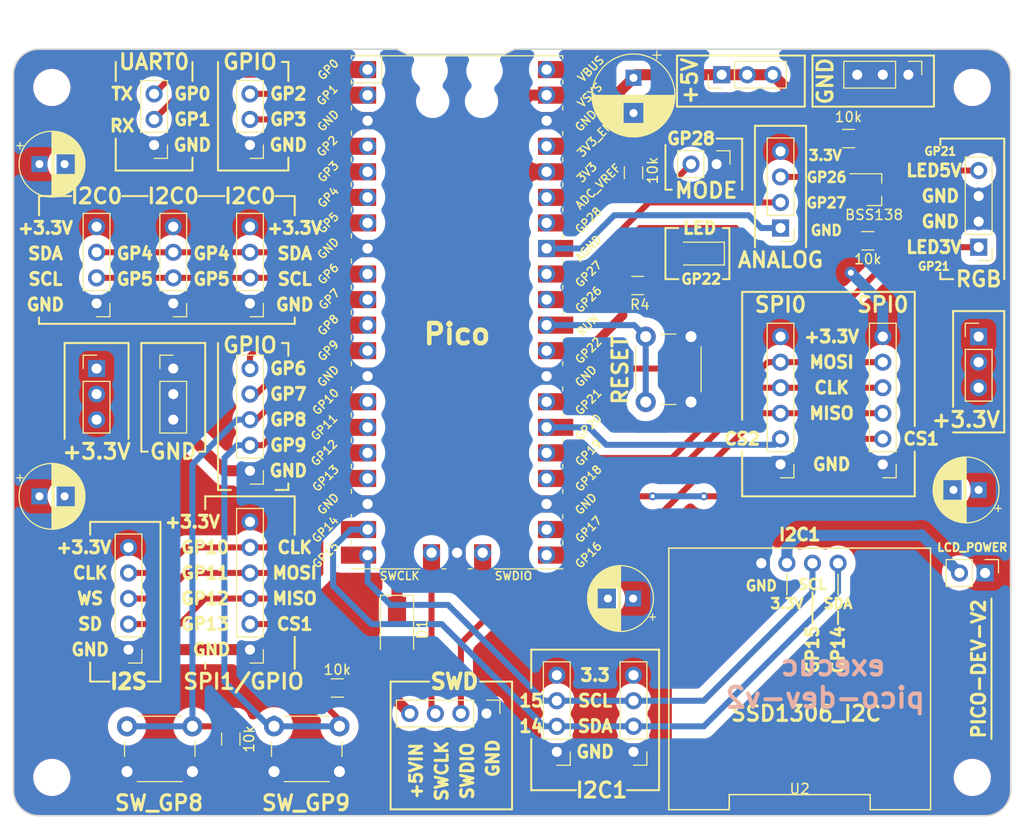
<source format=kicad_pcb>
(kicad_pcb (version 20221018) (generator pcbnew)
  (layers (0 "F.Cu" signal) (31 "B.Cu" signal) (34 "B.Paste" user) (35 "F.Paste" user) (36 "B.SilkS" user "B.Silkscreen") (37 "F.SilkS" user "F.Silkscreen") (38 "B.Mask" user) (39 "F.Mask" user) (44 "Edge.Cuts" user))
  (net 0 "")
  (net 1 "GND")
  (net 2 "RUN")
  (net 3 "MODE")
  (net 4 "+5V")
  (net 5 "+5VD")
  (net 6 "SWCLK")
  (net 7 "SWDIO")
  (net 8 "+3V3")
  (net 9 "ADC0")
  (net 10 "AGND")
  (net 11 "ADC1")
  (net 12 "Net-(U1-Pad35)")
  (net 13 "Net-(U1-Pad37)")
  (net 14 "Net-(U1-Pad40)")
  (net 15 "GP9")
  (net 16 "GP8")
  (net 17 "SCL_0")
  (net 18 "SDA_0")
  (net 19 "U_RX")
  (net 20 "U_TX")
  (net 21 "SPI0_CS1")
  (net 22 "SPI0_CS2")
  (net 23 "SPI1_CS1_GP13")
  (net 24 "Net-(D2-Pad2)")
  (net 25 "GP7")
  (net 26 "GP6")
  (net 27 "WS2812_3V")
  (net 28 "WS2812B_5V")
  (net 29 "GP2")
  (net 30 "GP3")
  (net 31 "LED")
  (net 32 "SPI0_MISO")
  (net 33 "SPI0_CK")
  (net 34 "SPI0_MOSI")
  (net 35 "SPI1_CK_GP10_I2S_CLK")
  (net 36 "SPI1_MOSI_GP11_I2S_WS")
  (net 37 "SPI1_MISO_GP12_I2S_SD")
  (net 38 "Net-(JP1-Pad2)")
  (net 39 "SDA1_GP14")
  (net 40 "SCL1_GP15")
  (footprint "MCU_RaspberryPi_and_Boards:RPi_Pico_SMD_TH" (layer "F.Cu") (at 117.729 51.562)
    (fp_text reference "U1")
    (fp_text value "Pico")
  )
  (footprint "oled_ssd1306:ssd1306_I2c" (layer "F.Cu") (at 151.765 88.9)
    (fp_text reference "U2")
    (fp_text value "SSD1306_I2C")
  )
  (footprint "Connector_PinHeader_2.54mm:PinHeader_1x06_P2.54mm_Vertical" (layer "F.Cu") (at 149.86 66.675 180)
    (fp_text reference "J10")
    (fp_text value "SPI0")
  )
  (footprint "Connector_PinHeader_2.54mm:PinHeader_1x06_P2.54mm_Vertical" (layer "F.Cu") (at 160.02 66.675 180)
    (fp_text reference "J9")
    (fp_text value "SPI0")
  )
  (footprint "Connector_PinHeader_2.54mm:PinHeader_1x03_P2.54mm_Vertical" (layer "F.Cu") (at 87.63 34.925 180)
    (fp_text reference "J8")
    (fp_text value "UART0")
  )
  (footprint "MountingHole:MountingHole_3.2mm_M3" (layer "F.Cu") (at 77.47 29.21)
    (fp_text reference "H1")
    (fp_text value "MountingHole")
  )
  (footprint "MountingHole:MountingHole_3.2mm_M3" (layer "F.Cu") (at 168.91 29.21)
    (fp_text reference "H2")
    (fp_text value "MountingHole")
  )
  (footprint "MountingHole:MountingHole_3.2mm_M3" (layer "F.Cu") (at 168.91 97.79)
    (fp_text reference "H3")
    (fp_text value "MountingHole")
  )
  (footprint "MountingHole:MountingHole_3.2mm_M3" (layer "F.Cu") (at 77.47 97.79)
    (fp_text reference "H4")
    (fp_text value "MountingHole")
  )
  (footprint "Connector_PinHeader_2.54mm:PinHeader_1x03_P2.54mm_Vertical" (layer "F.Cu") (at 169.545 53.975)
    (fp_text reference "J17")
    (fp_text value "+3.3V")
  )
  (footprint "Button_Switch_THT:SW_PUSH_6mm_H4.3mm" (layer "F.Cu") (at 99.545 92.71)
    (fp_text reference "SW2")
    (fp_text value "SW_GP9")
  )
  (footprint "Button_Switch_THT:SW_PUSH_6mm_H4.3mm" (layer "F.Cu") (at 84.94 92.71)
    (fp_text reference "SW3")
    (fp_text value "SW_GP8")
  )
  (footprint "Connector_PinHeader_2.54mm:PinHeader_1x04_P2.54mm_Vertical" (layer "F.Cu") (at 149.86 43.18 180)
    (fp_text reference "J3")
    (fp_text value "ANALOG")
  )
  (footprint "Connector_PinHeader_2.54mm:PinHeader_1x03_P2.54mm_Vertical" (layer "F.Cu") (at 89.535 57.15)
    (fp_text reference "J16")
    (fp_text value "GND")
  )
  (footprint "Connector_PinHeader_2.54mm:PinHeader_1x05_P2.54mm_Vertical" (layer "F.Cu") (at 85.09 85.09 180)
    (fp_text reference "J19")
    (fp_text value "I2S")
  )
  (footprint "Capacitor_THT:CP_Radial_D6.3mm_P2.50mm" (layer "F.Cu") (at 76.24 69.85)
    (fp_text reference "C3")
    (fp_text value "CP")
  )
  (footprint "Capacitor_THT:CP_Radial_D6.3mm_P2.50mm" (layer "F.Cu") (at 76.24 36.83)
    (fp_text reference "C4")
    (fp_text value "CP")
  )
  (footprint "Capacitor_THT:CP_Radial_D6.3mm_P2.50mm" (layer "F.Cu") (at 169.545 69.215 180)
    (fp_text reference "C2")
    (fp_text value "CP")
  )
  (footprint "Capacitor_THT:CP_Radial_D6.3mm_P2.50mm" (layer "F.Cu") (at 135.215 80.01 180)
    (fp_text reference "C5")
    (fp_text value "CP")
  )
  (footprint "Button_Switch_THT:SW_PUSH_6mm_H4.3mm" (layer "F.Cu") (at 136.47 60.475 90)
    (fp_text reference "SW1")
    (fp_text value "RESET")
  )
  (footprint "LED_SMD:LED_1206_3216Metric_Pad1.42x1.75mm_HandSolder" (layer "F.Cu") (at 141.8225 45.72 180)
    (fp_text reference "D2")
    (fp_text value "LED")
  )
  (footprint "Resistor_SMD:R_1206_3216Metric_Pad1.42x1.75mm_HandSolder" (layer "F.Cu") (at 135.6725 48.895 180)
    (fp_text reference "R4")
    (fp_text value "470")
  )
  (footprint "Resistor_SMD:R_1206_3216Metric_Pad1.42x1.75mm_HandSolder" (layer "F.Cu") (at 95.25 93.98 90)
    (fp_text reference "R3")
    (fp_text value "10k")
  )
  (footprint "Connector_PinHeader_2.54mm:PinHeader_1x04_P2.54mm_Vertical" (layer "F.Cu") (at 120.65 91.44 -90)
    (fp_text reference "J2")
    (fp_text value "SWD")
  )
  (footprint "Connector_PinHeader_2.54mm:PinHeader_1x04_P2.54mm_Vertical" (layer "F.Cu") (at 169.545 45.085 180)
    (fp_text reference "J21")
    (fp_text value "RGB")
  )
  (footprint "Connector_PinHeader_2.54mm:PinHeader_1x02_P2.54mm_Vertical" (layer "F.Cu") (at 170.18 77.47 -90)
    (fp_text reference "JP1")
    (fp_text value "LCD_POWER")
  )
  (footprint "Connector_PinHeader_2.54mm:PinHeader_1x04_P2.54mm_Vertical" (layer "F.Cu") (at 89.535 50.673 180)
    (fp_text reference "J6")
    (fp_text value "I2C0")
  )
  (footprint "Connector_PinHeader_2.54mm:PinHeader_1x04_P2.54mm_Vertical" (layer "F.Cu") (at 97.155 50.673 180)
    (fp_text reference "J5")
    (fp_text value "I2C0")
  )
  (footprint "Connector_PinHeader_2.54mm:PinHeader_1x04_P2.54mm_Vertical" (layer "F.Cu") (at 81.915 50.673 180)
    (fp_text reference "J7")
    (fp_text value "I2C0")
  )
  (footprint "Connector_PinHeader_2.54mm:PinHeader_1x03_P2.54mm_Vertical" (layer "F.Cu") (at 97.155 34.925 180)
    (fp_text reference "J20")
    (fp_text value "GPIO")
  )
  (footprint "Connector_PinHeader_2.54mm:PinHeader_1x05_P2.54mm_Vertical" (layer "F.Cu") (at 97.155 67.31 180)
    (fp_text reference "J18")
    (fp_text value "GPIO")
  )
  (footprint "Capacitor_THT:CP_Radial_D8.0mm_P3.50mm" (layer "F.Cu") (at 135.255 28.25 -90)
    (fp_text reference "C1")
    (fp_text value "CP")
  )
  (footprint "Resistor_SMD:R_1206_3216Metric_Pad1.42x1.75mm_HandSolder" (layer "F.Cu") (at 158.5325 44.45)
    (fp_text reference "R5")
    (fp_text value "10k")
  )
  (footprint "Connector_PinHeader_2.54mm:PinHeader_1x02_P2.54mm_Vertical" (layer "F.Cu") (at 143.51 36.83 -90)
    (fp_text reference "J1")
    (fp_text value "MODE")
  )
  (footprint "Diode_SMD:D_SMA" (layer "F.Cu") (at 111.76 83.09 -90)
    (fp_text reference "D1")
    (fp_text value "SS14")
  )
  (footprint "Connector_PinHeader_2.54mm:PinHeader_1x04_P2.54mm_Vertical" (layer "F.Cu") (at 127.635 95.25 180)
    (fp_text reference "J22")
    (fp_text value "I2C1")
  )
  (footprint "Connector_PinHeader_2.54mm:PinHeader_1x03_P2.54mm_Vertical" (layer "F.Cu") (at 162.56 27.94 -90)
    (fp_text reference "J15")
    (fp_text value "GND")
  )
  (footprint "Connector_PinHeader_2.54mm:PinHeader_1x03_P2.54mm_Vertical" (layer "F.Cu") (at 144.018 27.94 90)
    (fp_text reference "J14")
    (fp_text value "+5V")
  )
  (footprint "Connector_PinHeader_2.54mm:PinHeader_1x04_P2.54mm_Vertical" (layer "F.Cu") (at 135.255 95.25 180)
    (fp_text reference "J23")
    (fp_text value "I2C1")
  )
  (footprint "Resistor_SMD:R_1206_3216Metric_Pad1.42x1.75mm_HandSolder" (layer "F.Cu") (at 105.8275 88.9 180)
    (fp_text reference "R2")
    (fp_text value "10k")
  )
  (footprint "Connector_PinHeader_2.54mm:PinHeader_1x03_P2.54mm_Vertical" (layer "F.Cu") (at 81.915 57.15)
    (fp_text reference "J13")
    (fp_text value "+3.3V")
  )
  (footprint "Resistor_SMD:R_1206_3216Metric_Pad1.42x1.75mm_HandSolder" (layer "F.Cu") (at 135.255 37.6825 -90)
    (fp_text reference "R1")
    (fp_text value "10k")
  )
  (footprint "Resistor_SMD:R_1206_3216Metric_Pad1.42x1.75mm_HandSolder" (layer "F.Cu") (at 156.6275 34.29)
    (fp_text reference "R6")
    (fp_text value "10k")
  )
  (footprint "Connector_PinHeader_2.54mm:PinHeader_1x06_P2.54mm_Vertical" (layer "F.Cu") (at 97.155 85.09 180)
    (fp_text reference "J12")
    (fp_text value "SPI1/GPIO")
  )
  (footprint "Package_TO_SOT_SMD:SOT-23_Handsoldering" (layer "F.Cu") (at 159.155 39.37)
    (fp_text reference "Q1")
    (fp_text value "BSS138")
  )
  (gr_line (start 123.19 88.265) (end 120.015 88.265) (stroke (width 0.2)) (layer "F.SilkS"))
  (gr_line (start 114.935 88.265) (end 111.125 88.265) (stroke (width 0.2)) (layer "F.SilkS"))
  (gr_line (start 170.815 93.98) (end 170.815 80.01) (stroke (width 0.2)) (layer "F.SilkS"))
  (gr_line (start 84.455 40.005) (end 86.995 40.005) (stroke (width 0.2)) (layer "F.SilkS"))
  (gr_line (start 92.075 40.005) (end 94.615 40.005) (stroke (width 0.2)) (layer "F.SilkS"))
  (gr_line (start 101.6 52.705) (end 76.2 52.705) (stroke (width 0.2)) (layer "F.SilkS"))
  (gr_line (start 76.2 52.705) (end 76.2 52.07) (stroke (width 0.2)) (layer "F.SilkS"))
  (gr_line (start 101.6 52.705) (end 101.6 52.07) (stroke (width 0.2)) (layer "F.SilkS"))
  (gr_line (start 101.6 41.91) (end 101.6 40.005) (stroke (width 0.2)) (layer "F.SilkS"))
  (gr_line (start 101.6 40.005) (end 99.695 40.005) (stroke (width 0.2)) (layer "F.SilkS"))
  (gr_line (start 76.2 41.91) (end 76.2 40.005) (stroke (width 0.2)) (layer "F.SilkS"))
  (gr_line (start 76.2 40.005) (end 79.375 40.005) (stroke (width 0.2)) (layer "F.SilkS"))
  (gr_line (start 153.035 31.115) (end 165.1 31.115) (stroke (width 0.2)) (layer "F.SilkS"))
  (gr_line (start 152.273 31.115) (end 152.273 26.035) (stroke (width 0.2)) (layer "F.SilkS"))
  (gr_line (start 165.1 26.035) (end 153.035 26.035) (stroke (width 0.2)) (layer "F.SilkS"))
  (gr_line (start 153.035 26.035) (end 153.035 31.115) (stroke (width 0.2)) (layer "F.SilkS"))
  (gr_line (start 139.573 26.035) (end 139.573 31.115) (stroke (width 0.2)) (layer "F.SilkS"))
  (gr_line (start 152.273 26.035) (end 139.573 26.035) (stroke (width 0.2)) (layer "F.SilkS"))
  (gr_line (start 139.573 31.115) (end 152.273 31.115) (stroke (width 0.2)) (layer "F.SilkS"))
  (gr_line (start 111.125 88.265) (end 111.125 100.965) (stroke (width 0.2)) (layer "F.SilkS"))
  (gr_line (start 111.125 100.965) (end 123.19 100.965) (stroke (width 0.2)) (layer "F.SilkS"))
  (gr_line (start 123.19 100.965) (end 123.19 88.265) (stroke (width 0.2)) (layer "F.SilkS"))
  (gr_line (start 100.965 26.67) (end 100.33 26.67) (stroke (width 0.2)) (layer "F.SilkS"))
  (gr_line (start 163.195 69.85) (end 163.195 65.405) (stroke (width 0.2)) (layer "F.SilkS"))
  (gr_line (start 146.05 34.29) (end 143.51 34.29) (stroke (width 0.2)) (layer "F.SilkS"))
  (gr_line (start 163.195 69.85) (end 146.05 69.85) (stroke (width 0.2)) (layer "F.SilkS"))
  (gr_line (start 129.54 99.06) (end 125.095 99.06) (stroke (width 0.2)) (layer "F.SilkS"))
  (gr_line (start 93.98 37.465) (end 95.25 37.465) (stroke (width 0.2)) (layer "F.SilkS"))
  (gr_line (start 146.05 69.85) (end 146.05 65.405) (stroke (width 0.2)) (layer "F.SilkS"))
  (gr_line (start 155.575 82.55) (end 155.575 81.915) (stroke (width 0.2)) (layer "F.SilkS"))
  (gr_line (start 93.98 54.61) (end 93.98 69.215) (stroke (width 0.2)) (layer "F.SilkS"))
  (gr_line (start 100.965 37.465) (end 100.965 36.195) (stroke (width 0.2)) (layer "F.SilkS"))
  (gr_line (start 146.05 62.23) (end 146.05 49.53) (stroke (width 0.2)) (layer "F.SilkS"))
  (gr_line (start 144.78 48.26) (end 144.145 48.26) (stroke (width 0.2)) (layer "F.SilkS"))
  (gr_line (start 100.965 28.575) (end 100.965 26.67) (stroke (width 0.2)) (layer "F.SilkS"))
  (gr_line (start 95.25 37.465) (end 100.965 37.465) (stroke (width 0.2)) (layer "F.SilkS"))
  (gr_line (start 163.195 49.53) (end 163.195 62.865) (stroke (width 0.2)) (layer "F.SilkS"))
  (gr_line (start 78.74 54.61) (end 78.74 64.135) (stroke (width 0.2)) (layer "F.SilkS"))
  (gr_line (start 146.05 49.53) (end 163.195 49.53) (stroke (width 0.2)) (layer "F.SilkS"))
  (gr_line (start 144.145 43.18) (end 144.78 43.18) (stroke (width 0.2)) (layer "F.SilkS"))
  (gr_line (start 144.78 43.18) (end 144.78 48.26) (stroke (width 0.2)) (layer "F.SilkS"))
  (gr_line (start 146.05 39.37) (end 146.05 34.29) (stroke (width 0.2)) (layer "F.SilkS"))
  (gr_line (start 137.795 99.06) (end 137.795 85.09) (stroke (width 0.2)) (layer "F.SilkS"))
  (gr_line (start 137.795 85.09) (end 125.095 85.09) (stroke (width 0.2)) (layer "F.SilkS"))
  (gr_line (start 153.035 82.55) (end 153.035 79.375) (stroke (width 0.2)) (layer "F.SilkS"))
  (gr_line (start 92.71 65.405) (end 92.71 54.61) (stroke (width 0.2)) (layer "F.SilkS"))
  (gr_line (start 101.6 69.85) (end 92.71 69.85) (stroke (width 0.2)) (layer "F.SilkS"))
  (gr_line (start 91.44 26.67) (end 91.44 28.575) (stroke (width 0.2)) (layer "F.SilkS"))
  (gr_line (start 88.265 72.39) (end 88.265 88.265) (stroke (width 0.2)) (layer "F.SilkS"))
  (gr_line (start 93.98 69.215) (end 95.25 69.215) (stroke (width 0.2)) (layer "F.SilkS"))
  (gr_line (start 93.98 26.67) (end 93.98 37.465) (stroke (width 0.2)) (layer "F.SilkS"))
  (gr_line (start 165.1 26.035) (end 165.1 31.115) (stroke (width 0.2)) (layer "F.SilkS"))
  (gr_line (start 91.44 37.465) (end 91.44 36.195) (stroke (width 0.2)) (layer "F.SilkS"))
  (gr_line (start 86.36 54.61) (end 86.36 65.405) (stroke (width 0.2)) (layer "F.SilkS"))
  (gr_line (start 155.575 81.915) (end 155.575 81.28) (stroke (width 0.2)) (layer "F.SilkS"))
  (gr_line (start 137.795 99.06) (end 134.62 99.06) (stroke (width 0.2)) (layer "F.SilkS"))
  (gr_line (start 99.695 69.215) (end 100.965 69.215) (stroke (width 0.2)) (layer "F.SilkS"))
  (gr_line (start 92.075 65.405) (end 92.71 65.405) (stroke (width 0.2)) (layer "F.SilkS"))
  (gr_line (start 89.535 37.465) (end 91.44 37.465) (stroke (width 0.2)) (layer "F.SilkS"))
  (gr_line (start 138.43 48.26) (end 138.43 43.18) (stroke (width 0.2)) (layer "F.SilkS"))
  (gr_line (start 165.735 34.925) (end 165.735 34.29) (stroke (width 0.2)) (layer "F.SilkS"))
  (gr_line (start 81.28 73.66) (end 81.28 72.39) (stroke (width 0.2)) (layer "F.SilkS"))
  (gr_line (start 92.71 86.995) (end 92.71 86.36) (stroke (width 0.2)) (layer "F.SilkS"))
  (gr_line (start 167.005 51.435) (end 172.085 51.435) (stroke (width 0.2)) (layer "F.SilkS"))
  (gr_line (start 125.095 85.09) (end 125.095 88.9) (stroke (width 0.2)) (layer "F.SilkS"))
  (gr_line (start 167.005 48.26) (end 165.735 48.26) (stroke (width 0.2)) (layer "F.SilkS"))
  (gr_line (start 101.6 73.66) (end 101.6 69.85) (stroke (width 0.2)) (layer "F.SilkS"))
  (gr_line (start 92.71 69.85) (end 92.71 71.12) (stroke (width 0.2)) (layer "F.SilkS"))
  (gr_line (start 138.43 39.37) (end 139.065 39.37) (stroke (width 0.2)) (layer "F.SilkS"))
  (gr_line (start 165.735 48.26) (end 165.735 47.625) (stroke (width 0.2)) (layer "F.SilkS"))
  (gr_line (start 139.7 48.26) (end 138.43 48.26) (stroke (width 0.2)) (layer "F.SilkS"))
  (gr_line (start 172.085 34.29) (end 172.085 48.26) (stroke (width 0.2)) (layer "F.SilkS"))
  (gr_line (start 138.43 34.925) (end 138.43 39.37) (stroke (width 0.2)) (layer "F.SilkS"))
  (gr_line (start 172.085 63.5) (end 167.005 63.5) (stroke (width 0.2)) (layer "F.SilkS"))
  (gr_line (start 86.36 65.405) (end 86.995 65.405) (stroke (width 0.2)) (layer "F.SilkS"))
  (gr_line (start 83.82 28.575) (end 83.82 26.67) (stroke (width 0.2)) (layer "F.SilkS"))
  (gr_line (start 101.6 86.995) (end 101.6 83.82) (stroke (width 0.2)) (layer "F.SilkS"))
  (gr_line (start 81.28 72.39) (end 88.265 72.39) (stroke (width 0.2)) (layer "F.SilkS"))
  (gr_line (start 152.4 33.02) (end 152.4 45.085) (stroke (width 0.2)) (layer "F.SilkS"))
  (gr_line (start 147.32 45.085) (end 147.32 33.02) (stroke (width 0.2)) (layer "F.SilkS"))
  (gr_line (start 100.965 69.215) (end 100.965 68.58) (stroke (width 0.2)) (layer "F.SilkS"))
  (gr_line (start 85.09 54.61) (end 78.74 54.61) (stroke (width 0.2)) (layer "F.SilkS"))
  (gr_line (start 138.43 43.18) (end 139.7 43.18) (stroke (width 0.2)) (layer "F.SilkS"))
  (gr_line (start 165.735 34.29) (end 172.085 34.29) (stroke (width 0.2)) (layer "F.SilkS"))
  (gr_line (start 88.265 88.265) (end 86.995 88.265) (stroke (width 0.2)) (layer "F.SilkS"))
  (gr_line (start 172.085 51.435) (end 172.085 63.5) (stroke (width 0.2)) (layer "F.SilkS"))
  (gr_line (start 83.82 37.465) (end 83.82 34.29) (stroke (width 0.2)) (layer "F.SilkS"))
  (gr_line (start 147.32 33.02) (end 152.4 33.02) (stroke (width 0.2)) (layer "F.SilkS"))
  (gr_line (start 125.095 93.98) (end 125.095 99.06) (stroke (width 0.2)) (layer "F.SilkS"))
  (gr_line (start 81.28 88.265) (end 81.28 86.36) (stroke (width 0.2)) (layer "F.SilkS"))
  (gr_line (start 100.965 54.61) (end 100.33 54.61) (stroke (width 0.2)) (layer "F.SilkS"))
  (gr_line (start 100.965 55.88) (end 100.965 54.61) (stroke (width 0.2)) (layer "F.SilkS"))
  (gr_line (start 85.09 64.135) (end 85.09 54.61) (stroke (width 0.2)) (layer "F.SilkS"))
  (gr_line (start 89.535 37.465) (end 83.82 37.465) (stroke (width 0.2)) (layer "F.SilkS"))
  (gr_line (start 83.185 88.265) (end 81.28 88.265) (stroke (width 0.2)) (layer "F.SilkS"))
  (gr_line (start 92.71 54.61) (end 86.36 54.61) (stroke (width 0.2)) (layer "F.SilkS"))
  (gr_line (start 167.005 60.96) (end 167.005 51.435) (stroke (width 0.2)) (layer "F.SilkS"))
  (gr_line (start 123.444 25.4) (end 170.18 25.4) (stroke (width 0.15)) (layer "Edge.Cuts"))
  (gr_line (start 73.66 27.94) (end 73.66 99.06) (stroke (width 0.15)) (layer "Edge.Cuts"))
  (gr_arc (start 76.2 101.6) (mid 74.403949 100.856051) (end 73.66 99.06) (stroke (width 0.15)) (layer "Edge.Cuts"))
  (gr_line (start 76.2 25.4) (end 111.76 25.4) (stroke (width 0.15)) (layer "Edge.Cuts"))
  (gr_arc (start 170.18 25.4) (mid 171.976051 26.143949) (end 172.72 27.94) (stroke (width 0.15)) (layer "Edge.Cuts"))
  (gr_line (start 172.72 27.94) (end 172.72 99.06) (stroke (width 0.15)) (layer "Edge.Cuts"))
  (gr_line (start 122.428 25.908) (end 123.444 25.4) (stroke (width 0.15)) (layer "Edge.Cuts"))
  (gr_line (start 170.18 101.6) (end 76.2 101.6) (stroke (width 0.15)) (layer "Edge.Cuts"))
  (gr_line (start 112.776 25.908) (end 122.428 25.908) (stroke (width 0.15)) (layer "Edge.Cuts"))
  (gr_line (start 112.776 25.908) (end 111.76 25.4) (stroke (width 0.15)) (layer "Edge.Cuts"))
  (gr_arc (start 172.72 99.06) (mid 171.976051 100.856051) (end 170.18 101.6) (stroke (width 0.15)) (layer "Edge.Cuts"))
  (gr_arc (start 73.66 27.94) (mid 74.403949 26.143949) (end 76.2 25.4) (stroke (width 0.15)) (layer "Edge.Cuts"))
  (gr_text "execuc \npico-dev-v2" (at 154.305 88.265) (layer "B.SilkS") (effects (font (size 2 2) (thickness 0.4)) (justify mirror)))
  (gr_text "GP0" (at 91.44 29.845) (layer "F.SilkS") (effects (font (size 1.2 1.2) (thickness 0.3))))
  (gr_text "GP1" (at 91.44 32.385) (layer "F.SilkS") (effects (font (size 1.2 1.2) (thickness 0.3))))
  (gr_text "SCL" (at 131.445 90.17) (layer "F.SilkS") (effects (font (size 1.2 1.2) (thickness 0.3))))
  (gr_text "GP10\n" (at 92.71 74.93) (layer "F.SilkS") (effects (font (size 1.2 1.2) (thickness 0.3))))
  (gr_text "GP7" (at 100.965 59.69) (layer "F.SilkS") (effects (font (size 1.2 1.2) (thickness 0.3))))
  (gr_text "GND" (at 91.44 34.925) (layer "F.SilkS") (effects (font (size 1.2 1.2) (thickness 0.3))))
  (gr_text "TX" (at 84.455 29.845) (layer "F.SilkS") (effects (font (size 1.2 1.2) (thickness 0.3))))
  (gr_text "14" (at 125.095 92.71) (layer "F.SilkS") (effects (font (size 1.2 1.2) (thickness 0.3))))
  (gr_text "GP11\n" (at 92.71 77.47) (layer "F.SilkS") (effects (font (size 1.2 1.2) (thickness 0.3))))
  (gr_text "GP12\n" (at 92.71 80.01) (layer "F.SilkS") (effects (font (size 1.2 1.2) (thickness 0.3))))
  (gr_text "GP13\n" (at 92.71 82.55) (layer "F.SilkS") (effects (font (size 1.2 1.2) (thickness 0.3))))
  (gr_text "+3.3V" (at 91.44 72.39) (layer "F.SilkS") (effects (font (size 1.2 1.2) (thickness 0.3))))
  (gr_text "GND" (at 93.345 85.09) (layer "F.SilkS") (effects (font (size 1.2 1.2) (thickness 0.3))))
  (gr_text "WS" (at 81.28 80.01) (layer "F.SilkS") (effects (font (size 1.2 1.2) (thickness 0.3))))
  (gr_text "SD" (at 81.28 82.55) (layer "F.SilkS") (effects (font (size 1.2 1.2) (thickness 0.3))))
  (gr_text "GND" (at 81.28 85.09) (layer "F.SilkS") (effects (font (size 1.2 1.2) (thickness 0.3))))
  (gr_text "CLK" (at 81.28 77.47) (layer "F.SilkS") (effects (font (size 1.2 1.2) (thickness 0.3))))
  (gr_text "I2S" (at 85.09 88.265) (layer "F.SilkS") (effects (font (size 1.5 1.5) (thickness 0.375))))
  (gr_text "CLK" (at 101.6 74.93) (layer "F.SilkS") (effects (font (size 1.2 1.2) (thickness 0.3))))
  (gr_text "MOSI" (at 101.6 77.47) (layer "F.SilkS") (effects (font (size 1.2 1.2) (thickness 0.3))))
  (gr_text "MISO" (at 101.6 80.01) (layer "F.SilkS") (effects (font (size 1.2 1.2) (thickness 0.3))))
  (gr_text "CS1" (at 101.6 82.55) (layer "F.SilkS") (effects (font (size 1.2 1.2) (thickness 0.3))))
  (gr_text "+3.3V" (at 80.645 74.93) (layer "F.SilkS") (effects (font (size 1.2 1.2) (thickness 0.3))))
  (gr_text "GP6" (at 100.965 57.15) (layer "F.SilkS") (effects (font (size 1.2 1.2) (thickness 0.3))))
  (gr_text "GP8" (at 100.965 62.23) (layer "F.SilkS") (effects (font (size 1.2 1.2) (thickness 0.3))))
  (gr_text "GP9" (at 100.965 64.77) (layer "F.SilkS") (effects (font (size 1.2 1.2) (thickness 0.3))))
  (gr_text "GND" (at 100.965 67.31) (layer "F.SilkS") (effects (font (size 1.2 1.2) (thickness 0.3))))
  (gr_text "GND" (at 100.965 34.925) (layer "F.SilkS") (effects (font (size 1.2 1.2) (thickness 0.3))))
  (gr_text "GP3" (at 100.965 32.385) (layer "F.SilkS") (effects (font (size 1.2 1.2) (thickness 0.3))))
  (gr_text "GP2" (at 100.965 29.845) (layer "F.SilkS") (effects (font (size 1.2 1.2) (thickness 0.3))))
  (gr_text "SDA" (at 131.445 92.71) (layer "F.SilkS") (effects (font (size 1.2 1.2) (thickness 0.3))))
  (gr_text "3.3" (at 131.445 87.63) (layer "F.SilkS") (effects (font (size 1.2 1.2) (thickness 0.3))))
  (gr_text "GND" (at 131.445 95.25) (layer "F.SilkS") (effects (font (size 1.2 1.2) (thickness 0.3))))
  (gr_text "15" (at 125.095 90.17) (layer "F.SilkS") (effects (font (size 1.2 1.2) (thickness 0.3))))
  (gr_text "GND" (at 121.285 95.885 90) (layer "F.SilkS") (effects (font (size 1.2 1.2) (thickness 0.3))))
  (gr_text "+3.3V" (at 154.94 53.975) (layer "F.SilkS") (effects (font (size 1.2 1.2) (thickness 0.3))))
  (gr_text "MOSI" (at 154.94 56.515) (layer "F.SilkS") (effects (font (size 1.2 1.2) (thickness 0.3))))
  (gr_text "CLK" (at 154.94 59.055) (layer "F.SilkS") (effects (font (size 1.2 1.2) (thickness 0.3))))
  (gr_text "MISO" (at 154.94 61.595) (layer "F.SilkS") (effects (font (size 1.2 1.2) (thickness 0.3))))
  (gr_text "GND" (at 154.94 66.675) (layer "F.SilkS") (effects (font (size 1.2 1.2) (thickness 0.3))))
  (gr_text "CS1" (at 163.83 64.135) (layer "F.SilkS") (effects (font (size 1.2 1.2) (thickness 0.3))))
  (gr_text "CS2" (at 146.05 64.135) (layer "F.SilkS") (effects (font (size 1.2 1.2) (thickness 0.3))))
  (gr_text "GP28" (at 140.97 34.29) (layer "F.SilkS") (effects (font (size 1.2 1.2) (thickness 0.3))))
  (gr_text "GND" (at 165.735 42.545) (layer "F.SilkS") (effects (font (size 1.2 1.2) (thickness 0.3))))
  (gr_text "LED5V" (at 165.1 37.465) (layer "F.SilkS") (effects (font (size 1.2 1.2) (thickness 0.3))))
  (gr_text "LED3V" (at 165.1 45.085) (layer "F.SilkS") (effects (font (size 1.2 1.2) (thickness 0.3))))
  (gr_text "GND" (at 165.735 40.005) (layer "F.SilkS") (effects (font (size 1.2 1.2) (thickness 0.3))))
  (gr_text "PICO-DEV-V2" (at 169.545 86.995 90) (layer "F.SilkS") (effects (font (size 1.3 1.3) (thickness 0.3))))
  (gr_text "GP14" (at 155.575 85.09 90) (layer "F.SilkS") (effects (font (size 1.2 1.2) (thickness 0.3))))
  (gr_text "GP15" (at 153.035 85.09 90) (layer "F.SilkS") (effects (font (size 1.2 1.2) (thickness 0.3))))
  (gr_text "GP21" (at 165.1 46.99) (layer "F.SilkS") (effects (font (size 0.8 0.8) (thickness 0.2))))
  (gr_text "GP22" (at 141.986 48.26) (layer "F.SilkS") (effects (font (size 1 1) (thickness 0.25))))
  (gr_text "GP21" (at 165.735 35.56) (layer "F.SilkS") (effects (font (size 0.8 0.8) (thickness 0.2))))
  (gr_text "I2C1" (at 151.765 73.66) (layer "F.SilkS") (effects (font (size 1.2 1.2) (thickness 0.3))))
  (gr_text "GP4" (at 85.725 45.72) (layer "F.SilkS") (effects (font (size 1.2 1.2) (thickness 0.3))))
  (gr_text "+3.3V" (at 76.835 43.18) (layer "F.SilkS") (effects (font (size 1.2 1.2) (thickness 0.3))))
  (gr_text "SDA" (at 76.835 45.72) (layer "F.SilkS") (effects (font (size 1.2 1.2) (thickness 0.3))))
  (gr_text "SCL" (at 76.835 48.26) (layer "F.SilkS") (effects (font (size 1.2 1.2) (thickness 0.3))))
  (gr_text "GND" (at 76.835 50.8) (layer "F.SilkS") (effects (font (size 1.2 1.2) (thickness 0.3))))
  (gr_text "SDA" (at 101.6 45.72) (layer "F.SilkS") (effects (font (size 1.2 1.2) (thickness 0.3))))
  (gr_text "SCL" (at 101.6 48.26) (layer "F.SilkS") (effects (font (size 1.2 1.2) (thickness 0.3))))
  (gr_text "+3.3V" (at 101.6 43.18) (layer "F.SilkS") (effects (font (size 1.2 1.2) (thickness 0.3))))
  (gr_text "GND" (at 101.6 50.8) (layer "F.SilkS") (effects (font (size 1.2 1.2) (thickness 0.3))))
  (gr_text "GP5" (at 93.345 48.26) (layer "F.SilkS") (effects (font (size 1.2 1.2) (thickness 0.3))))
  (gr_text "GP5" (at 85.725 48.26) (layer "F.SilkS") (effects (font (size 1.2 1.2) (thickness 0.3))))
  (gr_text "GP4" (at 93.345 45.72) (layer "F.SilkS") (effects (font (size 1.2 1.2) (thickness 0.3))))
  (gr_text "RX" (at 84.455 33.02) (layer "F.SilkS") (effects (font (size 1.2 1.2) (thickness 0.3))))
  (gr_text "+5VIN" (at 113.665 97.155 90) (layer "F.SilkS") (effects (font (size 1.2 1.2) (thickness 0.3))))
  (gr_text "SWCLK" (at 116.205 97.155 90) (layer "F.SilkS") (effects (font (size 1.2 1.2) (thickness 0.3))))
  (gr_text "SWDIO" (at 118.745 97.155 90) (layer "F.SilkS") (effects (font (size 1.2 1.2) (thickness 0.3))))
  (gr_text "GND" (at 154.41676 43.41876) (layer "F.SilkS") (effects (font (size 1 1) (thickness 0.25))))
  (gr_text "3.3V" (at 154.29992 35.96132) (layer "F.SilkS") (effects (font (size 1 1) (thickness 0.25))))
  (gr_text "GP27" (at 154.41676 40.68064) (layer "F.SilkS") (effects (font (size 1 1) (thickness 0.25))))
  (gr_text "GP26" (at 154.44216 38.14064) (layer "F.SilkS") (effects (font (size 1 1) (thickness 0.25))))
  (segment (start 143.31 51.635) (end 140.97 53.975) (width 1.1) (layer "F.Cu") (net 1))
  (segment (start 143.31 45.72) (end 143.31 51.635) (width 1.1) (layer "F.Cu") (net 1))
  (segment (start 97.155 67.31) (end 94.615 67.31) (width 1.1) (layer "F.Cu") (net 1))
  (segment (start 94.615 67.31) (end 89.535 62.23) (width 1.1) (layer "F.Cu") (net 1))
  (segment (start 85.09 85.09) (end 97.155 85.09) (width 1.1) (layer "F.Cu") (net 1))
  (segment (start 135.255 95.25) (end 127.635 95.25) (width 1.1) (layer "B.Cu") (net 1))
  (segment (start 135.255 31.75) (end 134.493 32.512) (width 1.1) (layer "B.Cu") (net 1))
  (segment (start 84.94 97.21) (end 84.51 97.21) (width 1.1) (layer "B.Cu") (net 1))
  (segment (start 160.02 66.675) (end 163.235 66.675) (width 1.1) (layer "B.Cu") (net 1))
  (segment (start 81.915 94.615) (end 81.915 88.265) (width 1.1) (layer "B.Cu") (net 1))
  (segment (start 100.33 61.595) (end 100.33 67.31) (width 1.1) (layer "B.Cu") (net 1))
  (segment (start 104.013 57.912) (end 100.33 61.595) (width 1.1) (layer "B.Cu") (net 1))
  (segment (start 143.51 34.29) (end 146.685 31.115) (width 1.1) (layer "B.Cu") (net 1))
  (segment (start 108.839 57.912) (end 104.013 57.912) (width 1.1) (layer "B.Cu") (net 1))
  (segment (start 154.305 31.115) (end 157.48 27.94) (width 1.1) (layer "B.Cu") (net 1))
  (segment (start 124.46 80.01) (end 125.73 80.01) (width 1.1) (layer "B.Cu") (net 1))
  (segment (start 162.56 40.64) (end 164.465 42.545) (width 1.1) (layer "B.Cu") (net 1))
  (segment (start 164.465 42.545) (end 169.545 42.545) (width 1.1) (layer "B.Cu") (net 1))
  (segment (start 126.619 57.912) (end 123.698 57.912) (width 1.1) (layer "B.Cu") (net 1))
  (segment (start 123.825 79.375) (end 124.46 80.01) (width 1.1) (layer "B.Cu") (net 1))
  (segment (start 102.235 42.164) (end 105.283 45.212) (width 1.1) (layer "B.Cu") (net 1))
  (segment (start 160.02 27.94) (end 157.48 27.94) (width 1.1) (layer "B.Cu") (net 1))
  (segment (start 140.97 31.75) (end 135.255 31.75) (width 1.1) (layer "B.Cu") (net 1))
  (segment (start 109.22 97.21) (end 118.055 97.21) (width 1.1) (layer "B.Cu") (net 1))
  (segment (start 85.725 36.83) (end 87.63 34.925) (width 1.1) (layer "B.Cu") (net 1))
  (segment (start 106.045 97.21) (end 99.545 97.21) (width 1.1) (layer "B.Cu") (net 1))
  (segment (start 123.698 57.912) (end 123.19 58.42) (width 1.1) (layer "B.Cu") (net 1))
  (segment (start 155.575 62.23) (end 155.575 53.975) (width 1.1) (layer "B.Cu") (net 1))
  (segment (start 100.33 67.31) (end 97.155 67.31) (width 1.1) (layer "B.Cu") (net 1))
  (segment (start 106.045 97.21) (end 109.22 97.21) (width 1.1) (layer "B.Cu") (net 1))
  (segment (start 124.46 95.25) (end 120.65 91.44) (width 1.1) (layer "B.Cu") (net 1))
  (segment (start 167.045 69.215) (end 166.37 69.215) (width 1.1) (layer "B.Cu") (net 1))
  (segment (start 167.005 40.005) (end 164.465 42.545) (width 1.1) (layer "B.Cu") (net 1))
  (segment (start 123.19 58.42) (end 123.19 70.485) (width 1.1) (layer "B.Cu") (net 1))
  (segment (start 163.83 66.675) (end 160.02 66.675) (width 1.1) (layer "B.Cu") (net 1))
  (segment (start 78.74 69.85) (end 81.915 69.85) (width 1.1) (layer "B.Cu") (net 1))
  (segment (start 127.635 95.25) (end 124.46 95.25) (width 1.1) (layer "B.Cu") (net 1))
  (segment (start 162.56 27.94) (end 162.56 40.64) (width 1.1) (layer "B.Cu") (net 1))
  (segment (start 108.839 70.612) (end 103.632 70.612) (width 1.1) (layer "B.Cu") (net 1))
  (segment (start 146.685 31.115) (end 154.305 31.115) (width 1.1) (layer "B.Cu") (net 1))
  (segment (start 151.765 50.165) (end 144.78 50.165) (width 1.1) (layer "B.Cu") (net 1))
  (segment (start 140.97 31.75) (end 143.51 34.29) (width 1.1) (layer "B.Cu") (net 1))
  (segment (start 138.453 62.992) (end 135.636 62.992) (width 1.1) (layer "B.Cu") (net 1))
  (segment (start 103.632 70.612) (end 100.33 67.31) (width 1.1) (layer "B.Cu") (net 1))
  (segment (start 149.86 66.675) (end 151.13 66.675) (width 1.1) (layer "B.Cu") (net 1))
  (segment (start 135.636 62.992) (end 130.556 57.912) (width 1.1) (layer "B.Cu") (net 1))
  (segment (start 89.535 59.69) (end 89.535 57.15) (width 1.1) (layer "B.Cu") (net 1))
  (segment (start 117.729 73.279) (end 117.729 75.462) (width 1.1) (layer "B.Cu") (net 1))
  (segment (start 117.729 75.462) (end 117.729 78.994) (width 1.1) (layer "B.Cu") (net 1))
  (segment (start 115.062 70.612) (end 117.729 73.279) (width 1.1) (layer "B.Cu") (net 1))
  (segment (start 151.13 66.675) (end 155.575 62.23) (width 1.1) (layer "B.Cu") (net 1))
  (segment (start 81.915 69.85) (end 89.535 62.23) (width 1.1) (layer "B.Cu") (net 1))
  (segment (start 149.86 66.675) (end 149.86 71.755) (width 1.1) (layer "B.Cu") (net 1))
  (segment (start 117.729 78.994) (end 118.745 80.01) (width 1.1) (layer "B.Cu") (net 1))
  (segment (start 143.51 36.83) (end 143.51 34.29) (width 1.1) (layer "B.Cu") (net 1))
  (segment (start 166.37 69.215) (end 163.83 66.675) (width 1.1) (layer "B.Cu") (net 1))
  (segment (start 123.19 70.485) (end 123.19 78.74) (width 1.1) (layer "B.Cu") (net 1))
  (segment (start 87.63 34.925) (end 97.155 34.925) (width 1.1) (layer "B.Cu") (net 1))
  (segment (start 105.283 45.212) (end 99.822 50.673) (width 1.1) (layer "B.Cu") (net 1))
  (segment (start 78.74 36.83) (end 85.725 36.83) (width 1.1) (layer "B.Cu") (net 1))
  (segment (start 149.86 66.675) (end 160.02 66.675) (width 1.1) (layer "B.Cu") (net 1))
  (segment (start 89.535 62.23) (end 89.535 59.69) (width 1.1) (layer "B.Cu") (net 1))
  (segment (start 99.545 97.21) (end 91.44 97.21) (width 1.1) (layer "B.Cu") (net 1))
  (segment (start 81.915 88.265) (end 85.09 85.09) (width 1.1) (layer "B.Cu") (net 1))
  (segment (start 89.535 57.15) (end 89.535 50.673) (width 1.1) (layer "B.Cu") (net 1))
  (segment (start 164.465 66.04) (end 163.83 66.675) (width 1.1) (layer "B.Cu") (net 1))
  (segment (start 102.235 34.925) (end 104.648 32.512) (width 1.1) (layer "B.Cu") (net 1))
  (segment (start 118.745 80.01) (end 125.73 80.01) (width 1.1) (layer "B.Cu") (net 1))
  (segment (start 169.545 40.005) (end 167.005 40.005) (width 1.1) (layer "B.Cu") (net 1))
  (segment (start 147.955 73.66) (end 147.955 76.5) (width 1.1) (layer "B.Cu") (net 1))
  (segment (start 108.839 45.212) (end 105.283 45.212) (width 1.1) (layer "B.Cu") (net 1))
  (segment (start 134.493 32.512) (end 126.619 32.512) (width 1.1) (layer "B.Cu") (net 1))
  (segment (start 118.055 97.21) (end 120.65 94.615) (width 1.1) (layer "B.Cu") (net 1))
  (segment (start 109.22 97.21) (end 109.22 88.265) (width 1.1) (layer "B.Cu") (net 1))
  (segment (start 149.86 71.755) (end 147.955 73.66) (width 1.1) (layer "B.Cu") (net 1))
  (segment (start 109.22 88.265) (end 103.632 82.677) (width 1.1) (layer "B.Cu") (net 1))
  (segment (start 126.619 70.612) (end 123.317 70.612) (width 1.1) (layer "B.Cu") (net 1))
  (segment (start 102.235 34.925) (end 102.235 42.164) (width 1.1) (layer "B.Cu") (net 1))
  (segment (start 123.19 78.74) (end 123.825 79.375) (width 1.1) (layer "B.Cu") (net 1))
  (segment (start 103.632 82.677) (end 103.632 70.612) (width 1.1) (layer "B.Cu") (net 1))
  (segment (start 108.839 70.612) (end 115.062 70.612) (width 1.1) (layer "B.Cu") (net 1))
  (segment (start 155.575 53.975) (end 151.765 50.165) (width 1.1) (layer "B.Cu") (net 1))
  (segment (start 123.317 70.612) (end 123.19 70.485) (width 1.1) (layer "B.Cu") (net 1))
  (segment (start 84.51 97.21) (end 81.915 94.615) (width 1.1) (layer "B.Cu") (net 1))
  (segment (start 164.465 42.545) (end 164.465 66.04) (width 1.1) (layer "B.Cu") (net 1))
  (segment (start 91.44 97.21) (end 84.94 97.21) (width 1.1) (layer "B.Cu") (net 1))
  (segment (start 97.155 34.925) (end 102.235 34.925) (width 1.1) (layer "B.Cu") (net 1))
  (segment (start 99.822 50.673) (end 97.155 50.673) (width 1.1) (layer "B.Cu") (net 1))
  (segment (start 125.73 80.01) (end 132.715 80.01) (width 1.1) (layer "B.Cu") (net 1))
  (segment (start 89.535 50.673) (end 97.155 50.673) (width 1.1) (layer "B.Cu") (net 1))
  (segment (start 144.78 50.165) (end 140.97 53.975) (width 1.1) (layer "B.Cu") (net 1))
  (segment (start 140.97 60.475) (end 138.453 62.992) (width 1.1) (layer "B.Cu") (net 1))
  (segment (start 140.97 60.475) (end 140.97 53.975) (width 1.1) (layer "B.Cu") (net 1))
  (segment (start 120.65 94.615) (end 120.65 91.44) (width 1.1) (layer "B.Cu") (net 1))
  (segment (start 104.648 32.512) (end 108.839 32.512) (width 1.1) (layer "B.Cu") (net 1))
  (segment (start 81.915 50.673) (end 89.535 50.673) (width 1.1) (layer "B.Cu") (net 1))
  (segment (start 130.556 57.912) (end 126.619 57.912) (width 1.1) (layer "B.Cu") (net 1))
  (segment (start 140.97 60.475) (end 140.97 60.96) (width 1.1) (layer "B.Cu") (net 1))
  (segment (start 162.56 27.94) (end 160.02 27.94) (width 1.1) (layer "B.Cu") (net 1))
  (segment (start 136.47 53.975) (end 136.47 60.475) (width 0.6) (layer "B.Cu") (net 2))
  (segment (start 135.327 52.832) (end 136.47 53.975) (width 0.6) (layer "B.Cu") (net 2))
  (segment (start 126.619 52.832) (end 135.327 52.832) (width 0.6) (layer "B.Cu") (net 2))
  (segment (start 133.55 39.17) (end 135.255 39.17) (width 0.6) (layer "F.Cu") (net 3))
  (segment (start 135.255 39.17) (end 138.63 39.17) (width 0.6) (layer "F.Cu") (net 3))
  (segment (start 126.619 42.672) (end 130.048 42.672) (width 0.6) (layer "F.Cu") (net 3))
  (segment (start 130.048 42.672) (end 133.55 39.17) (width 0.6) (layer "F.Cu") (net 3))
  (segment (start 138.63 39.17) (end 140.97 36.83) (width 0.6) (layer "F.Cu") (net 3))
  (segment (start 126.619 29.972) (end 133.533 29.972) (width 1.1) (layer "F.Cu") (net 4))
  (segment (start 155.14 33.982) (end 149.098 27.94) (width 1.1) (layer "F.Cu") (net 4))
  (segment (start 135.255 28.25) (end 135.565 27.94) (width 1.1) (layer "F.Cu") (net 4))
  (segment (start 149.098 27.94) (end 146.558 27.94) (width 1.1) (layer "F.Cu") (net 4))
  (segment (start 123.90501 31.03499) (end 124.968 29.972) (width 1.1) (layer "F.Cu") (net 4))
  (segment (start 146.558 27.94) (end 144.018 27.94) (width 1.1) (layer "F.Cu") (net 4))
  (segment (start 120.652102 38.737102) (end 123.90501 35.484194) (width 1.1) (layer "F.Cu") (net 4))
  (segment (start 111.76 47.629204) (end 120.652102 38.737102) (width 1.1) (layer "F.Cu") (net 4))
  (segment (start 120.652102 38.737102) (end 120.015 39.37) (width 1.1) (layer "F.Cu") (net 4))
  (segment (start 133.533 29.972) (end 135.255 28.25) (width 1.1) (layer "F.Cu") (net 4))
  (segment (start 155.14 34.29) (end 155.14 33.982) (width 1.1) (layer "F.Cu") (net 4))
  (segment (start 111.76 81.09) (end 111.76 47.629204) (width 1.1) (layer "F.Cu") (net 4))
  (segment (start 135.565 27.94) (end 143.51 27.94) (width 1.1) (layer "F.Cu") (net 4))
  (segment (start 124.968 29.972) (end 126.619 29.972) (width 1.1) (layer "F.Cu") (net 4))
  (segment (start 123.90501 35.484194) (end 123.90501 31.03499) (width 1.1) (layer "F.Cu") (net 4))
  (segment (start 111.76 90.17) (end 111.76 85.09) (width 1.1) (layer "F.Cu") (net 5))
  (segment (start 113.03 91.44) (end 111.76 90.17) (width 1.1) (layer "F.Cu") (net 5))
  (segment (start 115.189 91.059) (end 115.57 91.44) (width 0.6) (layer "F.Cu") (net 6))
  (segment (start 115.189 75.462) (end 115.189 91.059) (width 0.6) (layer "F.Cu") (net 6))
  (segment (start 118.11 84.455) (end 120.269 82.296) (width 0.6) (layer "F.Cu") (net 7))
  (segment (start 120.269 82.296) (end 120.269 75.462) (width 0.6) (layer "F.Cu") (net 7))
  (segment (start 118.11 91.44) (end 118.11 84.455) (width 0.6) (layer "F.Cu") (net 7))
  (segment (start 89.535 43.053) (end 81.915 43.053) (width 1.1) (layer "F.Cu") (net 8))
  (segment (start 156.845 47.625) (end 156.845 44.65) (width 1.1) (layer "F.Cu") (net 8))
  (segment (start 135.255 36.195) (end 136.525 36.195) (width 1.1) (layer "F.Cu") (net 8))
  (segment (start 170.18 69.85) (end 169.545 69.215) (width 1.1) (layer "F.Cu") (net 8))
  (segment (start 135.255 80.05) (end 135.215 80.01) (width 1.1) (layer "F.Cu") (net 8))
  (segment (start 97.155 43.053) (end 89.535 43.053) (width 1.1) (layer "F.Cu") (net 8))
  (segment (start 169.545 56.515) (end 169.545 59.055) (width 1.1) (layer "F.Cu") (net 8))
  (segment (start 135.255 87.63) (end 135.255 80.05) (width 1.1) (layer "F.Cu") (net 8))
  (segment (start 76.24 46.315) (end 76.24 47.625) (width 1.1) (layer "F.Cu") (net 8))
  (segment (start 124.968 37.592) (end 123.19 39.37) (width 1.1) (layer "F.Cu") (net 8))
  (segment (start 170.18 77.47) (end 170.18 69.85) (width 1.1) (layer "F.Cu") (net 8))
  (segment (start 79.502 43.053) (end 76.24 46.315) (width 1.1) (layer "F.Cu") (net 8))
  (segment (start 81.915 43.053) (end 79.502 43.053) (width 1.1) (layer "F.Cu") (net 8))
  (segment (start 157.045 44.015) (end 155.26 42.23) (width 1.1) (layer "F.Cu") (net 8))
  (segment (start 139.7 33.02) (end 147.32 33.02) (width 1.1) (layer "F.Cu") (net 8))
  (segment (start 141.565 73.66) (end 135.215 80.01) (width 1.1) (layer "F.Cu") (net 8))
  (segment (start 157.655 38.42) (end 155.26 38.42) (width 1.1) (layer "F.Cu") (net 8))
  (segment (start 156.845 44.65) (end 157.045 44.45) (width 1.1) (layer "F.Cu") (net 8))
  (segment (start 81.915 59.69) (end 81.915 57.15) (width 1.1) (layer "F.Cu") (net 8))
  (segment (start 131.953 37.592) (end 133.35 36.195) (width 1.1) (layer "F.Cu") (net 8))
  (segment (start 127.635 87.63) (end 130.175 87.63) (width 1.1) (layer "F.Cu") (net 8))
  (segment (start 81.915 98.425) (end 81.915 95.25) (width 1.1) (layer "F.Cu") (net 8))
  (segment (start 76.24 69.85) (end 76.24 62.825) (width 1.1) (layer "F.Cu") (net 8))
  (segment (start 81.915 62.23) (end 81.915 59.69) (width 1.1) (layer "F.Cu") (net 8))
  (segment (start 76.24 89.575) (end 76.24 74.93) (width 1.1) (layer "F.Cu") (net 8))
  (segment (start 152.4 35.56) (end 149.86 35.56) (width 1.1) (layer "F.Cu") (net 8))
  (segment (start 123.19 83.185) (end 127.635 87.63) (width 1.1) (layer "F.Cu") (net 8))
  (segment (start 170.18 77.47) (end 170.18 76.835) (width 1.1) (layer "F.Cu") (net 8))
  (segment (start 169.545 69.215) (end 169.545 59.055) (width 1.1) (layer "F.Cu") (net 8))
  (segment (start 167.005 73.66) (end 141.565 73.66) (width 1.1) (layer "F.Cu") (net 8))
  (segment (start 130.175 99.695) (end 130.175 87.63) (width 1.1) (layer "F.Cu") (net 8))
  (segment (start 130.175 87.63) (end 135.255 87.63) (width 1.1) (layer "F.Cu") (net 8))
  (segment (start 169.545 53.975) (end 169.545 56.515) (width 1.1) (layer "F.Cu") (net 8))
  (segment (start 149.86 53.975) (end 160.02 53.975) (width 1.1) (layer "F.Cu") (net 8))
  (segment (start 169.545 53.975) (end 160.02 53.975) (width 1.1) (layer "F.Cu") (net 8))
  (segment (start 157.045 44.45) (end 157.045 44.015) (width 1.1) (layer "F.Cu") (net 8))
  (segment (start 95.25 95.4675) (end 95.25 99.695) (width 1.1) (layer "F.Cu") (net 8))
  (segment (start 108.585 90.17) (end 107.315 88.9) (width 1.1) (layer "F.Cu") (net 8))
  (segment (start 109.22 99.695) (end 109.22 90.17) (width 1.1) (layer "F.Cu") (net 8))
  (segment (start 87.63 72.39) (end 97.155 72.39) (width 1.1) (layer "F.Cu") (net 8))
  (segment (start 109.22 90.17) (end 108.585 90.17) (width 1.1) (layer "F.Cu") (net 8))
  (segment (start 95.25 99.695) (end 83.185 99.695) (width 1.1) (layer "F.Cu") (net 8))
  (segment (start 87.63 72.39) (end 85.09 74.93) (width 1.1) (layer "F.Cu") (net 8))
  (segment (start 126.619 37.592) (end 124.968 37.592) (width 1.1) (layer "F.Cu") (net 8))
  (segment (start 155.26 42.23) (end 155.26 38.42) (width 1.1) (layer "F.Cu") (net 8))
  (segment (start 170.18 76.835) (end 167.005 73.66) (width 1.1) (layer "F.Cu") (net 8))
  (segment (start 109.22 99.695) (end 130.175 99.695) (width 1.1) (layer "F.Cu") (net 8))
  (segment (start 155.26 38.42) (end 152.4 35.56) (width 1.1) (layer "F.Cu") (net 8))
  (segment (start 76.24 62.825) (end 76.835 62.23) (width 1.1) (layer "F.Cu") (net 8))
  (segment (start 76.24 47.625) (end 76.24 69.85) (width 1.1) (layer "F.Cu") (net 8))
  (segment (start 81.915 95.25) (end 76.24 89.575) (width 1.1) (layer "F.Cu") (net 8))
  (segment (start 136.525 36.195) (end 139.7 33.02) (width 1.1) (layer "F.Cu") (net 8))
  (segment (start 126.619 37.592) (end 131.953 37.592) (width 1.1) (layer "F.Cu") (net 8))
  (segment (start 109.22 99.695) (end 95.25 99.695) (width 1.1) (layer "F.Cu") (net 8))
  (segment (start 83.185 99.695) (end 81.915 98.425) (width 1.1) (layer "F.Cu") (net 8))
  (segment (start 123.19 39.37) (end 123.19 83.185) (width 1.1) (layer "F.Cu") (net 8))
  (segment (start 76.24 74.93) (end 76.24 69.85) (width 1.1) (layer "F.Cu") (net 8))
  (segment (start 147.32 33.02) (end 149.86 35.56) (width 1.1) (layer "F.Cu") (net 8))
  (segment (start 133.35 36.195) (end 135.255 36.195) (width 1.1) (layer "F.Cu") (net 8))
  (segment (start 76.24 36.83) (end 76.24 47.625) (width 1.1) (layer "F.Cu") (net 8))
  (segment (start 85.09 74.93) (end 76.24 74.93) (width 1.1) (layer "F.Cu") (net 8))
  (segment (start 76.835 62.23) (end 81.915 62.23) (width 1.1) (layer "F.Cu") (net 8))
  (via (at 156.845 47.625) (size 1.2) (drill 0.6) (layers "F.Cu" "B.Cu") (net 8))
  (segment (start 160.02 50.8) (end 160.02 53.975) (width 1.1) (layer "B.Cu") (net 8))
  (segment (start 156.845 47.625) (end 160.02 50.8) (width 1.1) (layer "B.Cu") (net 8))
  (segment (start 135.89 43.18) (end 145.415 43.18) (width 0.6) (layer "F.Cu") (net 9))
  (segment (start 145.415 43.18) (end 147.955 45.72) (width 0.6) (layer "F.Cu") (net 9))
  (segment (start 153.035 44.45) (end 153.035 39.37) (width 0.6) (layer "F.Cu") (net 9))
  (segment (start 151.765 38.1) (end 149.86 38.1) (width 0.6) (layer "F.Cu") (net 9))
  (segment (start 151.765 45.72) (end 153.035 44.45) (width 0.6) (layer "F.Cu") (net 9))
  (segment (start 128.778 50.292) (end 135.89 43.18) (width 0.6) (layer "F.Cu") (net 9))
  (segment (start 153.035 39.37) (end 151.765 38.1) (width 0.6) (layer "F.Cu") (net 9))
  (segment (start 147.955 45.72) (end 151.765 45.72) (width 0.6) (layer "F.Cu") (net 9))
  (segment (start 126.619 50.292) (end 128.778 50.292) (width 0.6) (layer "F.Cu") (net 9))
  (segment (start 133.35 41.91) (end 146.685 41.91) (width 0.6) (layer "B.Cu") (net 10))
  (segment (start 126.619 45.212) (end 130.048 45.212) (width 0.6) (layer "B.Cu") (net 10))
  (segment (start 147.955 43.18) (end 149.86 43.18) (width 0.6) (layer "B.Cu") (net 10))
  (segment (start 146.685 41.91) (end 147.955 43.18) (width 0.6) (layer "B.Cu") (net 10))
  (segment (start 130.048 45.212) (end 133.35 41.91) (width 0.6) (layer "B.Cu") (net 10))
  (segment (start 129.67801 47.752) (end 136.79001 40.64) (width 0.6) (layer "F.Cu") (net 11))
  (segment (start 126.619 47.752) (end 129.67801 47.752) (width 0.6) (layer "F.Cu") (net 11))
  (segment (start 136.79001 40.64) (end 149.86 40.64) (width 0.6) (layer "F.Cu") (net 11))
  (segment (start 97.155 64.77) (end 98.425 64.77) (width 0.6) (layer "F.Cu") (net 15))
  (segment (start 106.045 92.075) (end 104.34 90.37) (width 0.6) (layer "F.Cu") (net 15))
  (segment (start 105.918 55.372) (end 108.839 55.372) (width 0.6) (layer "F.Cu") (net 15))
  (segment (start 98.425 64.77) (end 104.775 58.42) (width 0.6) (layer "F.Cu") (net 15))
  (segment (start 104.34 90.37) (end 104.34 88.9) (width 0.6) (layer "F.Cu") (net 15))
  (segment (start 104.775 58.42) (end 104.775 56.515) (width 0.6) (layer "F.Cu") (net 15))
  (segment (start 104.775 56.515) (end 105.918 55.372) (width 0.6) (layer "F.Cu") (net 15))
  (segment (start 106.045 92.71) (end 106.045 92.075) (width 0.6) (layer "F.Cu") (net 15))
  (segment (start 99.545 92.71) (end 99.545 91.925) (width 0.6) (layer "B.Cu") (net 15))
  (segment (start 99.06 92.71) (end 94.615 88.265) (width 0.6) (layer "B.Cu") (net 15))
  (segment (start 99.545 92.71) (end 99.06 92.71) (width 0.6) (layer "B.Cu") (net 15))
  (segment (start 106.045 92.71) (end 99.545 92.71) (width 0.6) (layer "B.Cu") (net 15))
  (segment (start 94.615 66.04) (end 95.885 64.77) (width 0.6) (layer "B.Cu") (net 15))
  (segment (start 95.885 64.77) (end 97.155 64.77) (width 0.6) (layer "B.Cu") (net 15))
  (segment (start 94.615 88.265) (end 94.615 66.04) (width 0.6) (layer "B.Cu") (net 15))
  (segment (start 97.79 62.23) (end 103.505 56.515) (width 0.6) (layer "F.Cu") (net 16))
  (segment (start 103.505 54.61) (end 105.283 52.832) (width 0.6) (layer "F.Cu") (net 16))
  (segment (start 97.155 62.23) (end 97.79 62.23) (width 0.6) (layer "F.Cu") (net 16))
  (segment (start 105.283 52.832) (end 108.839 52.832) (width 0.6) (layer "F.Cu") (net 16))
  (segment (start 91.44 92.71) (end 95.0325 92.71) (width 0.6) (layer "F.Cu") (net 16))
  (segment (start 103.505 56.515) (end 103.505 54.61) (width 0.6) (layer "F.Cu") (net 16))
  (segment (start 95.0325 92.71) (end 95.25 92.4925) (width 0.6) (layer "F.Cu") (net 16))
  (segment (start 91.44 92.71) (end 91.44 66.675) (width 0.6) (layer "B.Cu") (net 16))
  (segment (start 91.44 66.675) (end 95.885 62.23) (width 0.6) (layer "B.Cu") (net 16))
  (segment (start 84.94 92.71) (end 91.44 92.71) (width 0.6) (layer "B.Cu") (net 16))
  (segment (start 95.885 62.23) (end 97.155 62.23) (width 0.6) (layer "B.Cu") (net 16))
  (segment (start 97.155 48.133) (end 89.535 48.133) (width 0.6) (layer "F.Cu") (net 17))
  (segment (start 99.187 48.133) (end 104.648 42.672) (width 0.6) (layer "F.Cu") (net 17))
  (segment (start 97.155 48.133) (end 99.187 48.133) (width 0.6) (layer "F.Cu") (net 17))
  (segment (start 104.648 42.672) (end 108.839 42.672) (width 0.6) (layer "F.Cu") (net 17))
  (segment (start 81.915 48.133) (end 89.535 48.133) (width 0.6) (layer "F.Cu") (net 17))
  (segment (start 99.187 45.593) (end 104.648 40.132) (width 0.6) (layer "F.Cu") (net 18))
  (segment (start 81.915 45.593) (end 89.535 45.593) (width 0.6) (layer "F.Cu") (net 18))
  (segment (start 89.535 45.593) (end 97.155 45.593) (width 0.6) (layer "F.Cu") (net 18))
  (segment (start 97.155 45.593) (end 99.187 45.593) (width 0.6) (layer "F.Cu") (net 18))
  (segment (start 104.648 40.132) (end 108.839 40.132) (width 0.6) (layer "F.Cu") (net 18))
  (segment (start 92.075 27.94) (end 102.87 27.94) (width 0.6) (layer "F.Cu") (net 19))
  (segment (start 102.87 27.94) (end 104.902 29.972) (width 0.6) (layer "F.Cu") (net 19))
  (segment (start 87.63 32.385) (end 92.075 27.94) (width 0.6) (layer "F.Cu") (net 19))
  (segment (start 104.902 29.972) (end 108.839 29.972) (width 0.6) (layer "F.Cu") (net 19))
  (segment (start 104.267 27.432) (end 108.839 27.432) (width 0.6) (layer "F.Cu") (net 20))
  (segment (start 103.505 26.67) (end 104.267 27.432) (width 0.6) (layer "F.Cu") (net 20))
  (segment (start 90.805 26.67) (end 103.505 26.67) (width 0.6) (layer "F.Cu") (net 20))
  (segment (start 87.63 29.845) (end 90.805 26.67) (width 0.6) (layer "F.Cu") (net 20))
  (segment (start 133.985 69.85) (end 137.16 69.85) (width 0.6) (layer "F.Cu") (net 21))
  (segment (start 142.24 69.85) (end 151.13 69.85) (width 0.6) (layer "F.Cu") (net 21))
  (segment (start 126.619 73.152) (end 130.683 73.152) (width 0.6) (layer "F.Cu") (net 21))
  (segment (start 151.13 69.85) (end 156.845 64.135) (width 0.6) (layer "F.Cu") (net 21))
  (segment (start 156.845 64.135) (end 160.02 64.135) (width 0.6) (layer "F.Cu") (net 21))
  (segment (start 130.683 73.152) (end 133.985 69.85) (width 0.6) (layer "F.Cu") (net 21))
  (via (at 137.16 69.85) (size 0.8) (drill 0.4) (layers "F.Cu" "B.Cu") (net 21))
  (via (at 142.24 69.85) (size 0.8) (drill 0.4) (layers "F.Cu" "B.Cu") (net 21))
  (segment (start 137.16 69.85) (end 142.24 69.85) (width 0.6) (layer "B.Cu") (net 21))
  (segment (start 149.270001 64.724999) (end 149.86 64.135) (width 0.6) (layer "B.Cu") (net 22))
  (segment (start 126.619 62.992) (end 130.81 62.992) (width 0.6) (layer "B.Cu") (net 22))
  (segment (start 130.81 62.992) (end 132.542999 64.724999) (width 0.6) (layer "B.Cu") (net 22))
  (segment (start 132.542999 64.724999) (end 149.270001 64.724999) (width 0.6) (layer "B.Cu") (net 22))
  (segment (start 105.283 68.072) (end 104.14 69.215) (width 0.6) (layer "F.Cu") (net 23))
  (segment (start 104.14 69.215) (end 104.14 77.47) (width 0.6) (layer "F.Cu") (net 23))
  (segment (start 108.839 68.072) (end 105.283 68.072) (width 0.6) (layer "F.Cu") (net 23))
  (segment (start 99.06 82.55) (end 97.155 82.55) (width 0.6) (layer "F.Cu") (net 23))
  (segment (start 104.14 77.47) (end 99.06 82.55) (width 0.6) (layer "F.Cu") (net 23))
  (segment (start 137.16 48.895) (end 140.335 45.72) (width 0.9) (layer "F.Cu") (net 24))
  (segment (start 102.235 55.245) (end 102.235 53.34) (width 0.6) (layer "F.Cu") (net 25))
  (segment (start 97.155 59.69) (end 97.79 59.69) (width 0.6) (layer "F.Cu") (net 25))
  (segment (start 97.79 59.69) (end 102.235 55.245) (width 0.6) (layer "F.Cu") (net 25))
  (segment (start 102.235 53.34) (end 105.283 50.292) (width 0.6) (layer "F.Cu") (net 25))
  (segment (start 105.283 50.292) (end 108.839 50.292) (width 0.6) (layer "F.Cu") (net 25))
  (segment (start 97.155 55.88) (end 105.283 47.752) (width 0.6) (layer "F.Cu") (net 26))
  (segment (start 105.283 47.752) (end 108.839 47.752) (width 0.6) (layer "F.Cu") (net 26))
  (segment (start 97.155 57.15) (end 97.155 55.88) (width 0.6) (layer "F.Cu") (net 26))
  (segment (start 156.845 50.165) (end 160.02 46.99) (width 0.6) (layer "F.Cu") (net 27))
  (segment (start 133.985 57.15) (end 142.24 57.15) (width 0.6) (layer "F.Cu") (net 27))
  (segment (start 149.225 50.165) (end 156.845 50.165) (width 0.6) (layer "F.Cu") (net 27))
  (segment (start 160.655 45.085) (end 160.02 44.45) (width 0.6) (layer "F.Cu") (net 27))
  (segment (start 169.545 45.085) (end 160.655 45.085) (width 0.6) (layer "F.Cu") (net 27))
  (segment (start 160.02 44.45) (end 160.02 42.685) (width 0.6) (layer "F.Cu") (net 27))
  (segment (start 160.02 46.99) (end 160.02 44.45) (width 0.6) (layer "F.Cu") (net 27))
  (segment (start 126.619 60.452) (end 130.683 60.452) (width 0.6) (layer "F.Cu") (net 27))
  (segment (start 142.24 57.15) (end 149.225 50.165) (width 0.6) (layer "F.Cu") (net 27))
  (segment (start 130.683 60.452) (end 133.985 57.15) (width 0.6) (layer "F.Cu") (net 27))
  (segment (start 160.02 42.685) (end 157.655 40.32) (width 0.6) (layer "F.Cu") (net 27))
  (segment (start 160.655 39.37) (end 161.29 38.735) (width 0.6) (layer "F.Cu") (net 28))
  (segment (start 161.29 36.195) (end 159.385 34.29) (width 0.6) (layer "F.Cu") (net 28))
  (segment (start 163.83 39.37) (end 165.735 37.465) (width 0.6) (layer "F.Cu") (net 28))
  (segment (start 165.735 37.465) (end 169.545 37.465) (width 0.6) (layer "F.Cu") (net 28))
  (segment (start 160.655 39.37) (end 163.83 39.37) (width 0.6) (layer "F.Cu") (net 28))
  (segment (start 159.385 34.29) (end 158.115 34.29) (width 0.6) (layer "F.Cu") (net 28))
  (segment (start 161.29 38.735) (end 161.29 36.195) (width 0.6) (layer "F.Cu") (net 28))
  (segment (start 104.902 35.052) (end 108.839 35.052) (width 0.6) (layer "F.Cu") (net 29))
  (segment (start 99.695 29.845) (end 104.902 35.052) (width 0.6) (layer "F.Cu") (net 29))
  (segment (start 97.155 29.845) (end 99.695 29.845) (width 0.6) (layer "F.Cu") (net 29))
  (segment (start 99.695 32.385) (end 97.155 32.385) (width 0.6) (layer "F.Cu") (net 30))
  (segment (start 104.902 37.592) (end 99.695 32.385) (width 0.6) (layer "F.Cu") (net 30))
  (segment (start 108.839 37.592) (end 104.902 37.592) (width 0.6) (layer "F.Cu") (net 30))
  (segment (start 134.185 48.895) (end 134.185 51.87) (width 0.9) (layer "F.Cu") (net 31))
  (segment (start 134.185 51.87) (end 130.683 55.372) (width 0.9) (layer "F.Cu") (net 31))
  (segment (start 130.683 55.372) (end 126.619 55.372) (width 0.9) (layer "F.Cu") (net 31))
  (segment (start 147.955 61.595) (end 149.86 61.595) (width 0.6) (layer "F.Cu") (net 32))
  (segment (start 149.86 61.595) (end 160.02 61.595) (width 0.6) (layer "F.Cu") (net 32))
  (segment (start 126.619 75.692) (end 133.858 75.692) (width 0.6) (layer "F.Cu") (net 32))
  (segment (start 133.858 75.692) (end 147.955 61.595) (width 0.6) (layer "F.Cu") (net 32))
  (segment (start 149.86 59.055) (end 160.02 59.055) (width 0.6) (layer "F.Cu") (net 33))
  (segment (start 126.619 68.072) (end 138.938 68.072) (width 0.6) (layer "F.Cu") (net 33))
  (segment (start 138.938 68.072) (end 147.955 59.055) (width 0.6) (layer "F.Cu") (net 33))
  (segment (start 147.955 59.055) (end 149.86 59.055) (width 0.6) (layer "F.Cu") (net 33))
  (segment (start 149.86 56.515) (end 160.02 56.515) (width 0.6) (layer "F.Cu") (net 34))
  (segment (start 149.86 56.515) (end 148.59 56.515) (width 0.6) (layer "F.Cu") (net 34))
  (segment (start 139.065 66.04) (end 127.127 66.04) (width 0.6) (layer "F.Cu") (net 34))
  (segment (start 127.127 66.04) (end 126.619 65.532) (width 0.6) (layer "F.Cu") (net 34))
  (segment (start 148.59 56.515) (end 139.065 66.04) (width 0.6) (layer "F.Cu") (net 34))
  (segment (start 85.09 77.47) (end 88.265 77.47) (width 0.6) (layer "F.Cu") (net 35))
  (segment (start 108.839 60.452) (end 105.918 60.452) (width 0.6) (layer "F.Cu") (net 35))
  (segment (start 100.33 66.04) (end 100.33 73.405001) (width 0.6) (layer "F.Cu") (net 35))
  (segment (start 92.075 74.93) (end 97.155 74.93) (width 0.6) (layer "F.Cu") (net 35))
  (segment (start 88.265 77.47) (end 90.805 74.93) (width 0.6) (layer "F.Cu") (net 35))
  (segment (start 105.918 60.452) (end 100.33 66.04) (width 0.6) (layer "F.Cu") (net 35))
  (segment (start 90.805 74.93) (end 92.075 74.93) (width 0.6) (layer "F.Cu") (net 35))
  (segment (start 100.33 73.405001) (end 98.805001 74.93) (width 0.6) (layer "F.Cu") (net 35))
  (segment (start 98.805001 74.93) (end 97.155 74.93) (width 0.6) (layer "F.Cu") (net 35))
  (segment (start 99.06 77.47) (end 97.155 77.47) (width 0.6) (layer "F.Cu") (net 36))
  (segment (start 88.265 80.01) (end 90.805 77.47) (width 0.6) (layer "F.Cu") (net 36))
  (segment (start 101.6 74.93) (end 99.06 77.47) (width 0.6) (layer "F.Cu") (net 36))
  (segment (start 92.075 77.47) (end 97.155 77.47) (width 0.6) (layer "F.Cu") (net 36))
  (segment (start 90.805 77.47) (end 92.075 77.47) (width 0.6) (layer "F.Cu") (net 36))
  (segment (start 101.6 67.31) (end 101.6 74.93) (width 0.6) (layer "F.Cu") (net 36))
  (segment (start 108.839 62.992) (end 105.918 62.992) (width 0.6) (layer "F.Cu") (net 36))
  (segment (start 105.918 62.992) (end 101.6 67.31) (width 0.6) (layer "F.Cu") (net 36))
  (segment (start 85.09 80.01) (end 88.265 80.01) (width 0.6) (layer "F.Cu") (net 36))
  (segment (start 108.839 65.532) (end 105.283 65.532) (width 0.6) (layer "F.Cu") (net 37))
  (segment (start 102.87 67.945) (end 102.87 76.2) (width 0.6) (layer "F.Cu") (net 37))
  (segment (start 92.71 80.01) (end 97.155 80.01) (width 0.6) (layer "F.Cu") (net 37))
  (segment (start 90.17 82.55) (end 92.71 80.01) (width 0.6) (layer "F.Cu") (net 37))
  (segment (start 105.283 65.532) (end 102.87 67.945) (width 0.6) (layer "F.Cu") (net 37))
  (segment (start 102.87 76.2) (end 99.06 80.01) (width 0.6) (layer "F.Cu") (net 37))
  (segment (start 99.06 80.01) (end 97.155 80.01) (width 0.6) (layer "F.Cu") (net 37))
  (segment (start 85.09 82.55) (end 90.17 82.55) (width 0.6) (layer "F.Cu") (net 37))
  (segment (start 163.83 73.66) (end 163.756491 73.733509) (width 1.1) (layer "B.Cu") (net 38))
  (segment (start 151.691491 73.733509) (end 150.495 74.93) (width 1.1) (layer "B.Cu") (net 38))
  (segment (start 150.495 74.93) (end 150.495 76.5) (width 1.1) (layer "B.Cu") (net 38))
  (segment (start 167.64 77.47) (end 163.83 73.66) (width 1.1) (layer "B.Cu") (net 38))
  (segment (start 163.756491 73.733509) (end 151.691491 73.733509) (width 1.1) (layer "B.Cu") (net 38))
  (segment (start 135.255 92.71) (end 142.24 92.71) (width 0.6) (layer "B.Cu") (net 39))
  (segment (start 126.365 92.71) (end 116.205 82.55) (width 0.6) (layer "B.Cu") (net 39))
  (segment (start 105.41 74.93) (end 107.188 73.152) (width 0.6) (layer "B.Cu") (net 39))
  (segment (start 155.575 79.375) (end 155.575 76.5) (width 0.6) (layer "B.Cu") (net 39))
  (segment (start 107.188 73.152) (end 108.839 73.152) (width 0.6) (layer "B.Cu") (net 39))
  (segment (start 127.635 92.71) (end 126.365 92.71) (width 0.6) (layer "B.Cu") (net 39))
  (segment (start 127.635 92.71) (end 135.255 92.71) (width 0.6) (layer "B.Cu") (net 39))
  (segment (start 142.24 92.71) (end 155.575 79.375) (width 0.6) (layer "B.Cu") (net 39))
  (segment (start 116.205 82.55) (end 109.22 82.55) (width 0.6) (layer "B.Cu") (net 39))
  (segment (start 109.22 82.55) (end 105.41 78.74) (width 0.6) (layer "B.Cu") (net 39))
  (segment (start 105.41 78.74) (end 105.41 74.93) (width 0.6) (layer "B.Cu") (net 39))
  (segment (start 127.635 90.17) (end 135.255 90.17) (width 0.6) (layer "B.Cu") (net 40))
  (segment (start 153.035 79.375) (end 153.035 76.5) (width 0.6) (layer "B.Cu") (net 40))
  (segment (start 142.24 90.17) (end 153.035 79.375) (width 0.6) (layer "B.Cu") (net 40))
  (segment (start 127.635 90.17) (end 126.365 90.17) (width 0.6) (layer "B.Cu") (net 40))
  (segment (start 108.839 78.359) (end 108.839 75.692) (width 0.6) (layer "B.Cu") (net 40))
  (segment (start 116.84 80.645) (end 111.125 80.645) (width 0.6) (layer "B.Cu") (net 40))
  (segment (start 111.125 80.645) (end 108.839 78.359) (width 0.6) (layer "B.Cu") (net 40))
  (segment (start 126.365 90.17) (end 116.84 80.645) (width 0.6) (layer "B.Cu") (net 40))
  (segment (start 135.255 90.17) (end 142.24 90.17) (width 0.6) (layer "B.Cu") (net 40))
  (zone (net 8) (net_name "+3V3") (layer "F.Cu") (connect_pads yes (clearance 0.9)) (min_thickness 1) (fill yes (thermal_gap 0.508) (thermal_bridge_width 0.508))
    (polygon (pts (xy 73.66 25.4) (xy 172.72 25.4) (xy 172.72 101.6) (xy 73.66 101.6)))
  )
  (zone (net 0) (net_name "") (layer "F.Cu") (connect_pads (clearance 0)) (min_thickness 0.254)
    (keepout (tracks not_allowed) (vias not_allowed) (pads allowed) (copperpour not_allowed) (footprints allowed))
    (fill (thermal_gap 0.508) (thermal_bridge_width 0.508))
    (polygon (pts (xy 111.76 26.035) (xy 111.76 41.275) (xy 116.205 41.275) (xy 120.65 34.29) (xy 122.555 31.75) (xy 122.555 29.845) (xy 122.555 26.035)))
  )
  (zone (net 0) (net_name "") (layer "F.Cu") (connect_pads (clearance 0)) (min_thickness 0.254)
    (keepout (tracks not_allowed) (vias not_allowed) (pads allowed) (copperpour not_allowed) (footprints allowed))
    (fill (thermal_gap 0.508) (thermal_bridge_width 0.508))
    (polygon (pts (xy 140.97 77.47) (xy 161.925 77.47) (xy 164.465 79.375) (xy 164.465 95.885) (xy 162.56 97.79) (xy 140.97 97.79) (xy 139.065 95.885) (xy 139.065 79.375)))
  )
  (zone (net 1) (net_name "GND") (layer "B.Cu") (connect_pads yes (clearance 0.9)) (min_thickness 1) (fill yes (thermal_gap 0.508) (thermal_bridge_width 0.508))
    (polygon (pts (xy 73.66 25.4) (xy 172.72 25.4) (xy 172.72 101.6) (xy 73.66 101.6)))
  )
)
</source>
